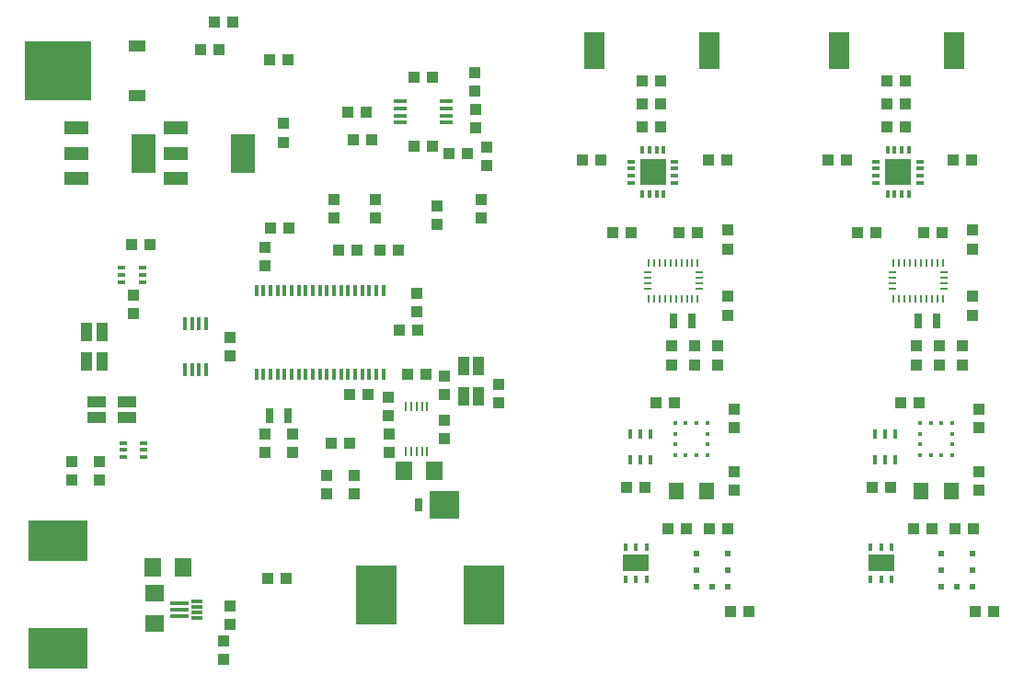
<source format=gtp>
G75*
%MOIN*%
%OFA0B0*%
%FSLAX25Y25*%
%IPPOS*%
%LPD*%
%AMOC8*
5,1,8,0,0,1.08239X$1,22.5*
%
%ADD10R,0.03937X0.04331*%
%ADD11R,0.04331X0.03937*%
%ADD12R,0.01181X0.04724*%
%ADD13R,0.24409X0.21260*%
%ADD14R,0.06299X0.03937*%
%ADD15R,0.02756X0.05512*%
%ADD16R,0.06299X0.07087*%
%ADD17R,0.07087X0.06299*%
%ADD18R,0.00984X0.03445*%
%ADD19R,0.07000X0.01300*%
%ADD20R,0.04000X0.01300*%
%ADD21R,0.02953X0.01181*%
%ADD22R,0.21654X0.15157*%
%ADD23R,0.15157X0.21654*%
%ADD24R,0.10500X0.10000*%
%ADD25R,0.02500X0.05000*%
%ADD26R,0.08799X0.04799*%
%ADD27R,0.08661X0.14173*%
%ADD28R,0.01378X0.03937*%
%ADD29R,0.04724X0.01181*%
%ADD30R,0.06800X0.04330*%
%ADD31R,0.04330X0.06800*%
%ADD32R,0.01600X0.02800*%
%ADD33R,0.09400X0.05900*%
%ADD34R,0.01969X0.02362*%
%ADD35R,0.02362X0.01969*%
%ADD36R,0.01200X0.03543*%
%ADD37R,0.01575X0.01575*%
%ADD38R,0.09252X0.09252*%
%ADD39R,0.01181X0.02953*%
%ADD40R,0.07480X0.13780*%
%ADD41R,0.00984X0.02657*%
%ADD42R,0.02657X0.00984*%
%ADD43R,0.05512X0.06299*%
D10*
X0045720Y0077954D03*
X0045720Y0084646D03*
X0103220Y0122954D03*
X0103220Y0129646D03*
X0115720Y0094646D03*
X0115720Y0087954D03*
X0125720Y0087954D03*
X0125720Y0094646D03*
X0148220Y0079646D03*
X0148220Y0072954D03*
X0180720Y0092954D03*
X0180720Y0099646D03*
X0174066Y0116300D03*
X0167374Y0116300D03*
X0164374Y0132100D03*
X0171066Y0132100D03*
X0164066Y0161300D03*
X0157374Y0161300D03*
X0149066Y0161300D03*
X0142374Y0161300D03*
X0140720Y0172954D03*
X0140720Y0179646D03*
X0155720Y0179646D03*
X0155720Y0172954D03*
X0124566Y0169300D03*
X0117874Y0169300D03*
X0169874Y0198800D03*
X0176566Y0198800D03*
X0182374Y0196300D03*
X0189066Y0196300D03*
X0152466Y0211200D03*
X0145774Y0211200D03*
X0124066Y0230300D03*
X0117374Y0230300D03*
X0099066Y0233800D03*
X0092374Y0233800D03*
X0097374Y0243800D03*
X0104066Y0243800D03*
X0241740Y0167437D03*
X0248433Y0167437D03*
X0283487Y0144383D03*
X0283487Y0137691D03*
X0279887Y0126383D03*
X0279887Y0119691D03*
X0271487Y0119691D03*
X0271487Y0126383D03*
X0263087Y0126383D03*
X0263087Y0119691D03*
X0285887Y0080783D03*
X0285887Y0074091D03*
X0351827Y0119691D03*
X0351827Y0126383D03*
X0360227Y0126383D03*
X0360227Y0119691D03*
X0368627Y0119691D03*
X0368627Y0126383D03*
X0372227Y0137691D03*
X0372227Y0144383D03*
X0337174Y0167437D03*
X0330481Y0167437D03*
X0341281Y0205837D03*
X0347974Y0205837D03*
X0259233Y0205837D03*
X0252540Y0205837D03*
X0374627Y0080783D03*
X0374627Y0074091D03*
X0123366Y0042200D03*
X0116674Y0042200D03*
D11*
X0103220Y0032146D03*
X0103220Y0025454D03*
X0100720Y0019646D03*
X0100720Y0012954D03*
X0138220Y0072954D03*
X0138220Y0079646D03*
X0139874Y0091300D03*
X0146566Y0091300D03*
X0160720Y0087954D03*
X0160720Y0094646D03*
X0160520Y0101154D03*
X0160520Y0107846D03*
X0153066Y0108800D03*
X0146374Y0108800D03*
X0180720Y0108954D03*
X0180720Y0115646D03*
X0200420Y0112446D03*
X0200420Y0105754D03*
X0170820Y0138954D03*
X0170820Y0145646D03*
X0178220Y0170454D03*
X0178220Y0177146D03*
X0194220Y0179646D03*
X0194220Y0172954D03*
X0196220Y0191954D03*
X0196220Y0198646D03*
X0192220Y0205454D03*
X0192220Y0212146D03*
X0191720Y0218954D03*
X0191720Y0225646D03*
X0176566Y0223800D03*
X0169874Y0223800D03*
X0154666Y0201300D03*
X0147974Y0201300D03*
X0122420Y0200354D03*
X0122420Y0207046D03*
X0115720Y0162146D03*
X0115720Y0155454D03*
X0074266Y0163100D03*
X0067574Y0163100D03*
X0068320Y0144846D03*
X0068320Y0138154D03*
X0055720Y0084646D03*
X0055720Y0077954D03*
X0230940Y0193837D03*
X0237633Y0193837D03*
X0252540Y0214237D03*
X0259233Y0214237D03*
X0259233Y0222637D03*
X0252540Y0222637D03*
X0276540Y0193837D03*
X0283233Y0193837D03*
X0283487Y0168383D03*
X0283487Y0161691D03*
X0272433Y0167437D03*
X0265740Y0167437D03*
X0319681Y0193837D03*
X0326374Y0193837D03*
X0341281Y0214237D03*
X0347974Y0214237D03*
X0347974Y0222637D03*
X0341281Y0222637D03*
X0365281Y0193837D03*
X0371974Y0193837D03*
X0372227Y0168383D03*
X0372227Y0161691D03*
X0361174Y0167437D03*
X0354481Y0167437D03*
X0352774Y0105937D03*
X0346081Y0105937D03*
X0374627Y0103583D03*
X0374627Y0096891D03*
X0342374Y0075237D03*
X0335681Y0075237D03*
X0350681Y0060237D03*
X0357374Y0060237D03*
X0365681Y0060237D03*
X0372374Y0060237D03*
X0373181Y0030237D03*
X0379874Y0030237D03*
X0291133Y0030237D03*
X0284440Y0030237D03*
X0283633Y0060237D03*
X0276940Y0060237D03*
X0268633Y0060237D03*
X0261940Y0060237D03*
X0253633Y0075237D03*
X0246940Y0075237D03*
X0257340Y0105937D03*
X0264033Y0105937D03*
X0285887Y0103583D03*
X0285887Y0096891D03*
D12*
X0094555Y0117981D03*
X0091996Y0117981D03*
X0089437Y0117981D03*
X0086877Y0117981D03*
X0086877Y0134615D03*
X0089437Y0134615D03*
X0091996Y0134615D03*
X0094555Y0134615D03*
D13*
X0040877Y0226300D03*
D14*
X0069618Y0217324D03*
X0069618Y0235276D03*
D15*
X0117374Y0101300D03*
X0124066Y0101300D03*
X0263758Y0135580D03*
X0270451Y0135580D03*
X0352498Y0135580D03*
X0359191Y0135580D03*
D16*
X0177232Y0081300D03*
X0166208Y0081300D03*
X0086232Y0046300D03*
X0075208Y0046300D03*
D17*
X0075720Y0036812D03*
X0075720Y0025788D03*
D18*
X0166783Y0088180D03*
X0168751Y0088180D03*
X0170720Y0088180D03*
X0172688Y0088180D03*
X0174657Y0088180D03*
X0174657Y0104420D03*
X0172688Y0104420D03*
X0170720Y0104420D03*
X0168751Y0104420D03*
X0166783Y0104420D03*
D19*
X0084820Y0033210D03*
X0084820Y0030850D03*
X0084820Y0028490D03*
D20*
X0091220Y0027890D03*
X0091220Y0029860D03*
X0091220Y0031830D03*
X0091220Y0033800D03*
D21*
X0071960Y0086241D03*
X0071960Y0088800D03*
X0071960Y0091359D03*
X0064480Y0091359D03*
X0064480Y0088800D03*
X0064480Y0086241D03*
X0063980Y0149641D03*
X0063980Y0152200D03*
X0063980Y0154759D03*
X0071460Y0154759D03*
X0071460Y0152200D03*
X0071460Y0149641D03*
X0248580Y0185693D03*
X0248580Y0188252D03*
X0248580Y0190811D03*
X0248580Y0193370D03*
X0264328Y0193370D03*
X0264328Y0190811D03*
X0264328Y0188252D03*
X0264328Y0185693D03*
X0337320Y0185693D03*
X0337320Y0188252D03*
X0337320Y0190811D03*
X0337320Y0193370D03*
X0353068Y0193370D03*
X0353068Y0190811D03*
X0353068Y0188252D03*
X0353068Y0185693D03*
D22*
X0040720Y0016713D03*
X0040720Y0055887D03*
D23*
X0156133Y0036300D03*
X0195307Y0036300D03*
D24*
X0180759Y0068800D03*
D25*
X0171470Y0068800D03*
D26*
X0083519Y0187202D03*
X0083519Y0196300D03*
X0083519Y0205398D03*
X0047519Y0205398D03*
X0047519Y0196300D03*
X0047519Y0187202D03*
D27*
X0071921Y0196300D03*
X0107921Y0196300D03*
D28*
X0112688Y0146457D03*
X0115248Y0146457D03*
X0117807Y0146457D03*
X0120366Y0146457D03*
X0122925Y0146457D03*
X0125484Y0146457D03*
X0128043Y0146457D03*
X0130602Y0146457D03*
X0133161Y0146457D03*
X0135720Y0146457D03*
X0138279Y0146457D03*
X0140838Y0146457D03*
X0143397Y0146457D03*
X0145956Y0146457D03*
X0148515Y0146457D03*
X0151074Y0146457D03*
X0153633Y0146457D03*
X0156192Y0146457D03*
X0158751Y0146457D03*
X0158751Y0116143D03*
X0156192Y0116143D03*
X0153633Y0116143D03*
X0151074Y0116143D03*
X0148515Y0116143D03*
X0145956Y0116143D03*
X0143397Y0116143D03*
X0140838Y0116143D03*
X0138279Y0116143D03*
X0135720Y0116143D03*
X0133161Y0116143D03*
X0130602Y0116143D03*
X0128043Y0116143D03*
X0125484Y0116143D03*
X0122925Y0116143D03*
X0120366Y0116143D03*
X0117807Y0116143D03*
X0115248Y0116143D03*
X0112688Y0116143D03*
D29*
X0164905Y0207457D03*
X0164905Y0210017D03*
X0164905Y0212576D03*
X0164905Y0215135D03*
X0181539Y0215135D03*
X0181539Y0212576D03*
X0181539Y0210017D03*
X0181539Y0207457D03*
D30*
X0065820Y0106100D03*
X0065820Y0100590D03*
X0054990Y0100590D03*
X0054990Y0106100D03*
D31*
X0056830Y0120870D03*
X0051320Y0120870D03*
X0051320Y0131700D03*
X0056830Y0131700D03*
X0187720Y0119100D03*
X0193230Y0119100D03*
X0193230Y0108270D03*
X0187720Y0108270D03*
D32*
X0246387Y0053437D03*
X0250287Y0053437D03*
X0254187Y0053437D03*
X0254187Y0042037D03*
X0250287Y0042037D03*
X0246387Y0042037D03*
X0335127Y0042037D03*
X0339027Y0042037D03*
X0342927Y0042037D03*
X0342927Y0053437D03*
X0339027Y0053437D03*
X0335127Y0053437D03*
D33*
X0339027Y0047737D03*
X0250287Y0047737D03*
D34*
X0272078Y0045237D03*
X0272078Y0039331D03*
X0283496Y0039331D03*
X0283496Y0045237D03*
X0283496Y0051143D03*
X0272078Y0051143D03*
X0360818Y0051143D03*
X0360818Y0045237D03*
X0360818Y0039331D03*
X0372236Y0039331D03*
X0372236Y0045237D03*
X0372236Y0051143D03*
D35*
X0366527Y0039331D03*
X0277787Y0039331D03*
D36*
X0255425Y0085060D03*
X0251881Y0085060D03*
X0248141Y0085060D03*
X0248141Y0094509D03*
X0251881Y0094509D03*
X0255425Y0094509D03*
X0336881Y0094509D03*
X0340622Y0094509D03*
X0344165Y0094509D03*
X0344165Y0085060D03*
X0340622Y0085060D03*
X0336881Y0085060D03*
D37*
X0353122Y0086831D03*
X0357059Y0086831D03*
X0360996Y0086831D03*
X0364933Y0086831D03*
X0364933Y0090769D03*
X0364933Y0094706D03*
X0364933Y0098643D03*
X0360996Y0098643D03*
X0357059Y0098643D03*
X0353122Y0098643D03*
X0353122Y0094706D03*
X0353122Y0090769D03*
X0276192Y0090769D03*
X0276192Y0086831D03*
X0272255Y0086831D03*
X0268318Y0086831D03*
X0264381Y0086831D03*
X0264381Y0090769D03*
X0264381Y0094706D03*
X0264381Y0098643D03*
X0268318Y0098643D03*
X0272255Y0098643D03*
X0276192Y0098643D03*
X0276192Y0094706D03*
D38*
X0256454Y0189531D03*
X0345194Y0189531D03*
D39*
X0343914Y0197406D03*
X0341355Y0197406D03*
X0346474Y0197406D03*
X0349033Y0197406D03*
X0349033Y0181657D03*
X0346474Y0181657D03*
X0343914Y0181657D03*
X0341355Y0181657D03*
X0260292Y0181657D03*
X0257733Y0181657D03*
X0255174Y0181657D03*
X0252615Y0181657D03*
X0252615Y0197406D03*
X0255174Y0197406D03*
X0257733Y0197406D03*
X0260292Y0197406D03*
D40*
X0276753Y0233634D03*
X0235021Y0233634D03*
X0323761Y0233634D03*
X0365493Y0233634D03*
D41*
X0361377Y0156701D03*
X0359408Y0156701D03*
X0357440Y0156701D03*
X0355471Y0156701D03*
X0353503Y0156701D03*
X0351534Y0156701D03*
X0349566Y0156701D03*
X0347597Y0156701D03*
X0345629Y0156701D03*
X0343660Y0156701D03*
X0343660Y0143600D03*
X0345629Y0143600D03*
X0347597Y0143600D03*
X0349566Y0143600D03*
X0351534Y0143600D03*
X0353503Y0143600D03*
X0355471Y0143600D03*
X0357440Y0143600D03*
X0359408Y0143600D03*
X0361377Y0143600D03*
X0272637Y0143600D03*
X0270668Y0143600D03*
X0268700Y0143600D03*
X0266731Y0143600D03*
X0264763Y0143600D03*
X0262794Y0143600D03*
X0260825Y0143600D03*
X0258857Y0143600D03*
X0256888Y0143600D03*
X0254920Y0143600D03*
X0254920Y0156701D03*
X0256888Y0156701D03*
X0258857Y0156701D03*
X0260825Y0156701D03*
X0262794Y0156701D03*
X0264763Y0156701D03*
X0266731Y0156701D03*
X0268700Y0156701D03*
X0270668Y0156701D03*
X0272637Y0156701D03*
D42*
X0273079Y0153098D03*
X0273079Y0151130D03*
X0273079Y0149161D03*
X0273079Y0147193D03*
X0254477Y0147193D03*
X0254477Y0149161D03*
X0254477Y0151130D03*
X0254477Y0153098D03*
X0343217Y0153098D03*
X0343217Y0151130D03*
X0343217Y0149161D03*
X0343217Y0147193D03*
X0361820Y0147193D03*
X0361820Y0149161D03*
X0361820Y0151130D03*
X0361820Y0153098D03*
D43*
X0364539Y0074037D03*
X0353515Y0074037D03*
X0275799Y0074037D03*
X0264775Y0074037D03*
M02*

</source>
